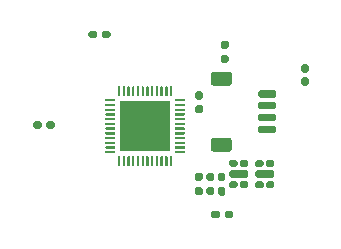
<source format=gbr>
%TF.GenerationSoftware,KiCad,Pcbnew,(5.1.9-0-10_14)*%
%TF.CreationDate,2021-12-14T09:11:42-05:00*%
%TF.ProjectId,dodecahedron_n4,646f6465-6361-4686-9564-726f6e5f6e34,rev?*%
%TF.SameCoordinates,Original*%
%TF.FileFunction,Soldermask,Bot*%
%TF.FilePolarity,Negative*%
%FSLAX46Y46*%
G04 Gerber Fmt 4.6, Leading zero omitted, Abs format (unit mm)*
G04 Created by KiCad (PCBNEW (5.1.9-0-10_14)) date 2021-12-14 09:11:42*
%MOMM*%
%LPD*%
G01*
G04 APERTURE LIST*
%ADD10R,4.200000X4.200000*%
G04 APERTURE END LIST*
%TO.C,U5*%
G36*
G01*
X91198800Y-55215200D02*
X91198800Y-54865200D01*
G75*
G02*
X91373800Y-54690200I175000J0D01*
G01*
X92623800Y-54690200D01*
G75*
G02*
X92798800Y-54865200I0J-175000D01*
G01*
X92798800Y-55215200D01*
G75*
G02*
X92623800Y-55390200I-175000J0D01*
G01*
X91373800Y-55390200D01*
G75*
G02*
X91198800Y-55215200I0J175000D01*
G01*
G37*
G36*
G01*
X92098800Y-54290200D02*
X92098800Y-53990200D01*
G75*
G02*
X92248800Y-53840200I150000J0D01*
G01*
X92648800Y-53840200D01*
G75*
G02*
X92798800Y-53990200I0J-150000D01*
G01*
X92798800Y-54290200D01*
G75*
G02*
X92648800Y-54440200I-150000J0D01*
G01*
X92248800Y-54440200D01*
G75*
G02*
X92098800Y-54290200I0J150000D01*
G01*
G37*
G36*
G01*
X91198800Y-54290200D02*
X91198800Y-53990200D01*
G75*
G02*
X91348800Y-53840200I150000J0D01*
G01*
X91748800Y-53840200D01*
G75*
G02*
X91898800Y-53990200I0J-150000D01*
G01*
X91898800Y-54290200D01*
G75*
G02*
X91748800Y-54440200I-150000J0D01*
G01*
X91348800Y-54440200D01*
G75*
G02*
X91198800Y-54290200I0J150000D01*
G01*
G37*
G36*
G01*
X92098800Y-56090200D02*
X92098800Y-55790200D01*
G75*
G02*
X92248800Y-55640200I150000J0D01*
G01*
X92648800Y-55640200D01*
G75*
G02*
X92798800Y-55790200I0J-150000D01*
G01*
X92798800Y-56090200D01*
G75*
G02*
X92648800Y-56240200I-150000J0D01*
G01*
X92248800Y-56240200D01*
G75*
G02*
X92098800Y-56090200I0J150000D01*
G01*
G37*
G36*
G01*
X91198800Y-56090200D02*
X91198800Y-55790200D01*
G75*
G02*
X91348800Y-55640200I150000J0D01*
G01*
X91748800Y-55640200D01*
G75*
G02*
X91898800Y-55790200I0J-150000D01*
G01*
X91898800Y-56090200D01*
G75*
G02*
X91748800Y-56240200I-150000J0D01*
G01*
X91348800Y-56240200D01*
G75*
G02*
X91198800Y-56090200I0J150000D01*
G01*
G37*
%TD*%
%TO.C,R2*%
G36*
G01*
X90711000Y-55665400D02*
X90391000Y-55665400D01*
G75*
G02*
X90231000Y-55505400I0J160000D01*
G01*
X90231000Y-55110400D01*
G75*
G02*
X90391000Y-54950400I160000J0D01*
G01*
X90711000Y-54950400D01*
G75*
G02*
X90871000Y-55110400I0J-160000D01*
G01*
X90871000Y-55505400D01*
G75*
G02*
X90711000Y-55665400I-160000J0D01*
G01*
G37*
G36*
G01*
X90711000Y-56860400D02*
X90391000Y-56860400D01*
G75*
G02*
X90231000Y-56700400I0J160000D01*
G01*
X90231000Y-56305400D01*
G75*
G02*
X90391000Y-56145400I160000J0D01*
G01*
X90711000Y-56145400D01*
G75*
G02*
X90871000Y-56305400I0J-160000D01*
G01*
X90871000Y-56700400D01*
G75*
G02*
X90711000Y-56860400I-160000J0D01*
G01*
G37*
%TD*%
%TO.C,U4*%
G36*
G01*
X93408600Y-55227900D02*
X93408600Y-54877900D01*
G75*
G02*
X93583600Y-54702900I175000J0D01*
G01*
X94833600Y-54702900D01*
G75*
G02*
X95008600Y-54877900I0J-175000D01*
G01*
X95008600Y-55227900D01*
G75*
G02*
X94833600Y-55402900I-175000J0D01*
G01*
X93583600Y-55402900D01*
G75*
G02*
X93408600Y-55227900I0J175000D01*
G01*
G37*
G36*
G01*
X94308600Y-54302900D02*
X94308600Y-54002900D01*
G75*
G02*
X94458600Y-53852900I150000J0D01*
G01*
X94858600Y-53852900D01*
G75*
G02*
X95008600Y-54002900I0J-150000D01*
G01*
X95008600Y-54302900D01*
G75*
G02*
X94858600Y-54452900I-150000J0D01*
G01*
X94458600Y-54452900D01*
G75*
G02*
X94308600Y-54302900I0J150000D01*
G01*
G37*
G36*
G01*
X93408600Y-54302900D02*
X93408600Y-54002900D01*
G75*
G02*
X93558600Y-53852900I150000J0D01*
G01*
X93958600Y-53852900D01*
G75*
G02*
X94108600Y-54002900I0J-150000D01*
G01*
X94108600Y-54302900D01*
G75*
G02*
X93958600Y-54452900I-150000J0D01*
G01*
X93558600Y-54452900D01*
G75*
G02*
X93408600Y-54302900I0J150000D01*
G01*
G37*
G36*
G01*
X94308600Y-56102900D02*
X94308600Y-55802900D01*
G75*
G02*
X94458600Y-55652900I150000J0D01*
G01*
X94858600Y-55652900D01*
G75*
G02*
X95008600Y-55802900I0J-150000D01*
G01*
X95008600Y-56102900D01*
G75*
G02*
X94858600Y-56252900I-150000J0D01*
G01*
X94458600Y-56252900D01*
G75*
G02*
X94308600Y-56102900I0J150000D01*
G01*
G37*
G36*
G01*
X93408600Y-56102900D02*
X93408600Y-55802900D01*
G75*
G02*
X93558600Y-55652900I150000J0D01*
G01*
X93958600Y-55652900D01*
G75*
G02*
X94108600Y-55802900I0J-150000D01*
G01*
X94108600Y-56102900D01*
G75*
G02*
X93958600Y-56252900I-150000J0D01*
G01*
X93558600Y-56252900D01*
G75*
G02*
X93408600Y-56102900I0J150000D01*
G01*
G37*
%TD*%
D10*
%TO.C,U1*%
X84074000Y-50990500D03*
G36*
G01*
X87399000Y-53290500D02*
X86649000Y-53290500D01*
G75*
G02*
X86599000Y-53240500I0J50000D01*
G01*
X86599000Y-53140500D01*
G75*
G02*
X86649000Y-53090500I50000J0D01*
G01*
X87399000Y-53090500D01*
G75*
G02*
X87449000Y-53140500I0J-50000D01*
G01*
X87449000Y-53240500D01*
G75*
G02*
X87399000Y-53290500I-50000J0D01*
G01*
G37*
G36*
G01*
X87399000Y-52890500D02*
X86649000Y-52890500D01*
G75*
G02*
X86599000Y-52840500I0J50000D01*
G01*
X86599000Y-52740500D01*
G75*
G02*
X86649000Y-52690500I50000J0D01*
G01*
X87399000Y-52690500D01*
G75*
G02*
X87449000Y-52740500I0J-50000D01*
G01*
X87449000Y-52840500D01*
G75*
G02*
X87399000Y-52890500I-50000J0D01*
G01*
G37*
G36*
G01*
X87399000Y-52490500D02*
X86649000Y-52490500D01*
G75*
G02*
X86599000Y-52440500I0J50000D01*
G01*
X86599000Y-52340500D01*
G75*
G02*
X86649000Y-52290500I50000J0D01*
G01*
X87399000Y-52290500D01*
G75*
G02*
X87449000Y-52340500I0J-50000D01*
G01*
X87449000Y-52440500D01*
G75*
G02*
X87399000Y-52490500I-50000J0D01*
G01*
G37*
G36*
G01*
X87399000Y-52090500D02*
X86649000Y-52090500D01*
G75*
G02*
X86599000Y-52040500I0J50000D01*
G01*
X86599000Y-51940500D01*
G75*
G02*
X86649000Y-51890500I50000J0D01*
G01*
X87399000Y-51890500D01*
G75*
G02*
X87449000Y-51940500I0J-50000D01*
G01*
X87449000Y-52040500D01*
G75*
G02*
X87399000Y-52090500I-50000J0D01*
G01*
G37*
G36*
G01*
X87399000Y-51690500D02*
X86649000Y-51690500D01*
G75*
G02*
X86599000Y-51640500I0J50000D01*
G01*
X86599000Y-51540500D01*
G75*
G02*
X86649000Y-51490500I50000J0D01*
G01*
X87399000Y-51490500D01*
G75*
G02*
X87449000Y-51540500I0J-50000D01*
G01*
X87449000Y-51640500D01*
G75*
G02*
X87399000Y-51690500I-50000J0D01*
G01*
G37*
G36*
G01*
X87399000Y-51290500D02*
X86649000Y-51290500D01*
G75*
G02*
X86599000Y-51240500I0J50000D01*
G01*
X86599000Y-51140500D01*
G75*
G02*
X86649000Y-51090500I50000J0D01*
G01*
X87399000Y-51090500D01*
G75*
G02*
X87449000Y-51140500I0J-50000D01*
G01*
X87449000Y-51240500D01*
G75*
G02*
X87399000Y-51290500I-50000J0D01*
G01*
G37*
G36*
G01*
X87399000Y-50890500D02*
X86649000Y-50890500D01*
G75*
G02*
X86599000Y-50840500I0J50000D01*
G01*
X86599000Y-50740500D01*
G75*
G02*
X86649000Y-50690500I50000J0D01*
G01*
X87399000Y-50690500D01*
G75*
G02*
X87449000Y-50740500I0J-50000D01*
G01*
X87449000Y-50840500D01*
G75*
G02*
X87399000Y-50890500I-50000J0D01*
G01*
G37*
G36*
G01*
X87399000Y-50490500D02*
X86649000Y-50490500D01*
G75*
G02*
X86599000Y-50440500I0J50000D01*
G01*
X86599000Y-50340500D01*
G75*
G02*
X86649000Y-50290500I50000J0D01*
G01*
X87399000Y-50290500D01*
G75*
G02*
X87449000Y-50340500I0J-50000D01*
G01*
X87449000Y-50440500D01*
G75*
G02*
X87399000Y-50490500I-50000J0D01*
G01*
G37*
G36*
G01*
X87399000Y-50090500D02*
X86649000Y-50090500D01*
G75*
G02*
X86599000Y-50040500I0J50000D01*
G01*
X86599000Y-49940500D01*
G75*
G02*
X86649000Y-49890500I50000J0D01*
G01*
X87399000Y-49890500D01*
G75*
G02*
X87449000Y-49940500I0J-50000D01*
G01*
X87449000Y-50040500D01*
G75*
G02*
X87399000Y-50090500I-50000J0D01*
G01*
G37*
G36*
G01*
X87399000Y-49690500D02*
X86649000Y-49690500D01*
G75*
G02*
X86599000Y-49640500I0J50000D01*
G01*
X86599000Y-49540500D01*
G75*
G02*
X86649000Y-49490500I50000J0D01*
G01*
X87399000Y-49490500D01*
G75*
G02*
X87449000Y-49540500I0J-50000D01*
G01*
X87449000Y-49640500D01*
G75*
G02*
X87399000Y-49690500I-50000J0D01*
G01*
G37*
G36*
G01*
X87399000Y-49290500D02*
X86649000Y-49290500D01*
G75*
G02*
X86599000Y-49240500I0J50000D01*
G01*
X86599000Y-49140500D01*
G75*
G02*
X86649000Y-49090500I50000J0D01*
G01*
X87399000Y-49090500D01*
G75*
G02*
X87449000Y-49140500I0J-50000D01*
G01*
X87449000Y-49240500D01*
G75*
G02*
X87399000Y-49290500I-50000J0D01*
G01*
G37*
G36*
G01*
X87399000Y-48890500D02*
X86649000Y-48890500D01*
G75*
G02*
X86599000Y-48840500I0J50000D01*
G01*
X86599000Y-48740500D01*
G75*
G02*
X86649000Y-48690500I50000J0D01*
G01*
X87399000Y-48690500D01*
G75*
G02*
X87449000Y-48740500I0J-50000D01*
G01*
X87449000Y-48840500D01*
G75*
G02*
X87399000Y-48890500I-50000J0D01*
G01*
G37*
G36*
G01*
X86324000Y-48465500D02*
X86224000Y-48465500D01*
G75*
G02*
X86174000Y-48415500I0J50000D01*
G01*
X86174000Y-47665500D01*
G75*
G02*
X86224000Y-47615500I50000J0D01*
G01*
X86324000Y-47615500D01*
G75*
G02*
X86374000Y-47665500I0J-50000D01*
G01*
X86374000Y-48415500D01*
G75*
G02*
X86324000Y-48465500I-50000J0D01*
G01*
G37*
G36*
G01*
X85924000Y-48465500D02*
X85824000Y-48465500D01*
G75*
G02*
X85774000Y-48415500I0J50000D01*
G01*
X85774000Y-47665500D01*
G75*
G02*
X85824000Y-47615500I50000J0D01*
G01*
X85924000Y-47615500D01*
G75*
G02*
X85974000Y-47665500I0J-50000D01*
G01*
X85974000Y-48415500D01*
G75*
G02*
X85924000Y-48465500I-50000J0D01*
G01*
G37*
G36*
G01*
X85524000Y-48465500D02*
X85424000Y-48465500D01*
G75*
G02*
X85374000Y-48415500I0J50000D01*
G01*
X85374000Y-47665500D01*
G75*
G02*
X85424000Y-47615500I50000J0D01*
G01*
X85524000Y-47615500D01*
G75*
G02*
X85574000Y-47665500I0J-50000D01*
G01*
X85574000Y-48415500D01*
G75*
G02*
X85524000Y-48465500I-50000J0D01*
G01*
G37*
G36*
G01*
X85124000Y-48465500D02*
X85024000Y-48465500D01*
G75*
G02*
X84974000Y-48415500I0J50000D01*
G01*
X84974000Y-47665500D01*
G75*
G02*
X85024000Y-47615500I50000J0D01*
G01*
X85124000Y-47615500D01*
G75*
G02*
X85174000Y-47665500I0J-50000D01*
G01*
X85174000Y-48415500D01*
G75*
G02*
X85124000Y-48465500I-50000J0D01*
G01*
G37*
G36*
G01*
X84724000Y-48465500D02*
X84624000Y-48465500D01*
G75*
G02*
X84574000Y-48415500I0J50000D01*
G01*
X84574000Y-47665500D01*
G75*
G02*
X84624000Y-47615500I50000J0D01*
G01*
X84724000Y-47615500D01*
G75*
G02*
X84774000Y-47665500I0J-50000D01*
G01*
X84774000Y-48415500D01*
G75*
G02*
X84724000Y-48465500I-50000J0D01*
G01*
G37*
G36*
G01*
X84324000Y-48465500D02*
X84224000Y-48465500D01*
G75*
G02*
X84174000Y-48415500I0J50000D01*
G01*
X84174000Y-47665500D01*
G75*
G02*
X84224000Y-47615500I50000J0D01*
G01*
X84324000Y-47615500D01*
G75*
G02*
X84374000Y-47665500I0J-50000D01*
G01*
X84374000Y-48415500D01*
G75*
G02*
X84324000Y-48465500I-50000J0D01*
G01*
G37*
G36*
G01*
X83924000Y-48465500D02*
X83824000Y-48465500D01*
G75*
G02*
X83774000Y-48415500I0J50000D01*
G01*
X83774000Y-47665500D01*
G75*
G02*
X83824000Y-47615500I50000J0D01*
G01*
X83924000Y-47615500D01*
G75*
G02*
X83974000Y-47665500I0J-50000D01*
G01*
X83974000Y-48415500D01*
G75*
G02*
X83924000Y-48465500I-50000J0D01*
G01*
G37*
G36*
G01*
X83524000Y-48465500D02*
X83424000Y-48465500D01*
G75*
G02*
X83374000Y-48415500I0J50000D01*
G01*
X83374000Y-47665500D01*
G75*
G02*
X83424000Y-47615500I50000J0D01*
G01*
X83524000Y-47615500D01*
G75*
G02*
X83574000Y-47665500I0J-50000D01*
G01*
X83574000Y-48415500D01*
G75*
G02*
X83524000Y-48465500I-50000J0D01*
G01*
G37*
G36*
G01*
X83124000Y-48465500D02*
X83024000Y-48465500D01*
G75*
G02*
X82974000Y-48415500I0J50000D01*
G01*
X82974000Y-47665500D01*
G75*
G02*
X83024000Y-47615500I50000J0D01*
G01*
X83124000Y-47615500D01*
G75*
G02*
X83174000Y-47665500I0J-50000D01*
G01*
X83174000Y-48415500D01*
G75*
G02*
X83124000Y-48465500I-50000J0D01*
G01*
G37*
G36*
G01*
X82724000Y-48465500D02*
X82624000Y-48465500D01*
G75*
G02*
X82574000Y-48415500I0J50000D01*
G01*
X82574000Y-47665500D01*
G75*
G02*
X82624000Y-47615500I50000J0D01*
G01*
X82724000Y-47615500D01*
G75*
G02*
X82774000Y-47665500I0J-50000D01*
G01*
X82774000Y-48415500D01*
G75*
G02*
X82724000Y-48465500I-50000J0D01*
G01*
G37*
G36*
G01*
X82324000Y-48465500D02*
X82224000Y-48465500D01*
G75*
G02*
X82174000Y-48415500I0J50000D01*
G01*
X82174000Y-47665500D01*
G75*
G02*
X82224000Y-47615500I50000J0D01*
G01*
X82324000Y-47615500D01*
G75*
G02*
X82374000Y-47665500I0J-50000D01*
G01*
X82374000Y-48415500D01*
G75*
G02*
X82324000Y-48465500I-50000J0D01*
G01*
G37*
G36*
G01*
X81924000Y-48465500D02*
X81824000Y-48465500D01*
G75*
G02*
X81774000Y-48415500I0J50000D01*
G01*
X81774000Y-47665500D01*
G75*
G02*
X81824000Y-47615500I50000J0D01*
G01*
X81924000Y-47615500D01*
G75*
G02*
X81974000Y-47665500I0J-50000D01*
G01*
X81974000Y-48415500D01*
G75*
G02*
X81924000Y-48465500I-50000J0D01*
G01*
G37*
G36*
G01*
X81499000Y-48890500D02*
X80749000Y-48890500D01*
G75*
G02*
X80699000Y-48840500I0J50000D01*
G01*
X80699000Y-48740500D01*
G75*
G02*
X80749000Y-48690500I50000J0D01*
G01*
X81499000Y-48690500D01*
G75*
G02*
X81549000Y-48740500I0J-50000D01*
G01*
X81549000Y-48840500D01*
G75*
G02*
X81499000Y-48890500I-50000J0D01*
G01*
G37*
G36*
G01*
X81499000Y-49290500D02*
X80749000Y-49290500D01*
G75*
G02*
X80699000Y-49240500I0J50000D01*
G01*
X80699000Y-49140500D01*
G75*
G02*
X80749000Y-49090500I50000J0D01*
G01*
X81499000Y-49090500D01*
G75*
G02*
X81549000Y-49140500I0J-50000D01*
G01*
X81549000Y-49240500D01*
G75*
G02*
X81499000Y-49290500I-50000J0D01*
G01*
G37*
G36*
G01*
X81499000Y-49690500D02*
X80749000Y-49690500D01*
G75*
G02*
X80699000Y-49640500I0J50000D01*
G01*
X80699000Y-49540500D01*
G75*
G02*
X80749000Y-49490500I50000J0D01*
G01*
X81499000Y-49490500D01*
G75*
G02*
X81549000Y-49540500I0J-50000D01*
G01*
X81549000Y-49640500D01*
G75*
G02*
X81499000Y-49690500I-50000J0D01*
G01*
G37*
G36*
G01*
X81499000Y-50090500D02*
X80749000Y-50090500D01*
G75*
G02*
X80699000Y-50040500I0J50000D01*
G01*
X80699000Y-49940500D01*
G75*
G02*
X80749000Y-49890500I50000J0D01*
G01*
X81499000Y-49890500D01*
G75*
G02*
X81549000Y-49940500I0J-50000D01*
G01*
X81549000Y-50040500D01*
G75*
G02*
X81499000Y-50090500I-50000J0D01*
G01*
G37*
G36*
G01*
X81499000Y-50490500D02*
X80749000Y-50490500D01*
G75*
G02*
X80699000Y-50440500I0J50000D01*
G01*
X80699000Y-50340500D01*
G75*
G02*
X80749000Y-50290500I50000J0D01*
G01*
X81499000Y-50290500D01*
G75*
G02*
X81549000Y-50340500I0J-50000D01*
G01*
X81549000Y-50440500D01*
G75*
G02*
X81499000Y-50490500I-50000J0D01*
G01*
G37*
G36*
G01*
X81499000Y-50890500D02*
X80749000Y-50890500D01*
G75*
G02*
X80699000Y-50840500I0J50000D01*
G01*
X80699000Y-50740500D01*
G75*
G02*
X80749000Y-50690500I50000J0D01*
G01*
X81499000Y-50690500D01*
G75*
G02*
X81549000Y-50740500I0J-50000D01*
G01*
X81549000Y-50840500D01*
G75*
G02*
X81499000Y-50890500I-50000J0D01*
G01*
G37*
G36*
G01*
X81499000Y-51290500D02*
X80749000Y-51290500D01*
G75*
G02*
X80699000Y-51240500I0J50000D01*
G01*
X80699000Y-51140500D01*
G75*
G02*
X80749000Y-51090500I50000J0D01*
G01*
X81499000Y-51090500D01*
G75*
G02*
X81549000Y-51140500I0J-50000D01*
G01*
X81549000Y-51240500D01*
G75*
G02*
X81499000Y-51290500I-50000J0D01*
G01*
G37*
G36*
G01*
X81499000Y-51690500D02*
X80749000Y-51690500D01*
G75*
G02*
X80699000Y-51640500I0J50000D01*
G01*
X80699000Y-51540500D01*
G75*
G02*
X80749000Y-51490500I50000J0D01*
G01*
X81499000Y-51490500D01*
G75*
G02*
X81549000Y-51540500I0J-50000D01*
G01*
X81549000Y-51640500D01*
G75*
G02*
X81499000Y-51690500I-50000J0D01*
G01*
G37*
G36*
G01*
X81499000Y-52090500D02*
X80749000Y-52090500D01*
G75*
G02*
X80699000Y-52040500I0J50000D01*
G01*
X80699000Y-51940500D01*
G75*
G02*
X80749000Y-51890500I50000J0D01*
G01*
X81499000Y-51890500D01*
G75*
G02*
X81549000Y-51940500I0J-50000D01*
G01*
X81549000Y-52040500D01*
G75*
G02*
X81499000Y-52090500I-50000J0D01*
G01*
G37*
G36*
G01*
X81499000Y-52490500D02*
X80749000Y-52490500D01*
G75*
G02*
X80699000Y-52440500I0J50000D01*
G01*
X80699000Y-52340500D01*
G75*
G02*
X80749000Y-52290500I50000J0D01*
G01*
X81499000Y-52290500D01*
G75*
G02*
X81549000Y-52340500I0J-50000D01*
G01*
X81549000Y-52440500D01*
G75*
G02*
X81499000Y-52490500I-50000J0D01*
G01*
G37*
G36*
G01*
X81499000Y-52890500D02*
X80749000Y-52890500D01*
G75*
G02*
X80699000Y-52840500I0J50000D01*
G01*
X80699000Y-52740500D01*
G75*
G02*
X80749000Y-52690500I50000J0D01*
G01*
X81499000Y-52690500D01*
G75*
G02*
X81549000Y-52740500I0J-50000D01*
G01*
X81549000Y-52840500D01*
G75*
G02*
X81499000Y-52890500I-50000J0D01*
G01*
G37*
G36*
G01*
X81499000Y-53290500D02*
X80749000Y-53290500D01*
G75*
G02*
X80699000Y-53240500I0J50000D01*
G01*
X80699000Y-53140500D01*
G75*
G02*
X80749000Y-53090500I50000J0D01*
G01*
X81499000Y-53090500D01*
G75*
G02*
X81549000Y-53140500I0J-50000D01*
G01*
X81549000Y-53240500D01*
G75*
G02*
X81499000Y-53290500I-50000J0D01*
G01*
G37*
G36*
G01*
X81924000Y-54365500D02*
X81824000Y-54365500D01*
G75*
G02*
X81774000Y-54315500I0J50000D01*
G01*
X81774000Y-53565500D01*
G75*
G02*
X81824000Y-53515500I50000J0D01*
G01*
X81924000Y-53515500D01*
G75*
G02*
X81974000Y-53565500I0J-50000D01*
G01*
X81974000Y-54315500D01*
G75*
G02*
X81924000Y-54365500I-50000J0D01*
G01*
G37*
G36*
G01*
X82324000Y-54365500D02*
X82224000Y-54365500D01*
G75*
G02*
X82174000Y-54315500I0J50000D01*
G01*
X82174000Y-53565500D01*
G75*
G02*
X82224000Y-53515500I50000J0D01*
G01*
X82324000Y-53515500D01*
G75*
G02*
X82374000Y-53565500I0J-50000D01*
G01*
X82374000Y-54315500D01*
G75*
G02*
X82324000Y-54365500I-50000J0D01*
G01*
G37*
G36*
G01*
X82724000Y-54365500D02*
X82624000Y-54365500D01*
G75*
G02*
X82574000Y-54315500I0J50000D01*
G01*
X82574000Y-53565500D01*
G75*
G02*
X82624000Y-53515500I50000J0D01*
G01*
X82724000Y-53515500D01*
G75*
G02*
X82774000Y-53565500I0J-50000D01*
G01*
X82774000Y-54315500D01*
G75*
G02*
X82724000Y-54365500I-50000J0D01*
G01*
G37*
G36*
G01*
X83124000Y-54365500D02*
X83024000Y-54365500D01*
G75*
G02*
X82974000Y-54315500I0J50000D01*
G01*
X82974000Y-53565500D01*
G75*
G02*
X83024000Y-53515500I50000J0D01*
G01*
X83124000Y-53515500D01*
G75*
G02*
X83174000Y-53565500I0J-50000D01*
G01*
X83174000Y-54315500D01*
G75*
G02*
X83124000Y-54365500I-50000J0D01*
G01*
G37*
G36*
G01*
X83524000Y-54365500D02*
X83424000Y-54365500D01*
G75*
G02*
X83374000Y-54315500I0J50000D01*
G01*
X83374000Y-53565500D01*
G75*
G02*
X83424000Y-53515500I50000J0D01*
G01*
X83524000Y-53515500D01*
G75*
G02*
X83574000Y-53565500I0J-50000D01*
G01*
X83574000Y-54315500D01*
G75*
G02*
X83524000Y-54365500I-50000J0D01*
G01*
G37*
G36*
G01*
X83924000Y-54365500D02*
X83824000Y-54365500D01*
G75*
G02*
X83774000Y-54315500I0J50000D01*
G01*
X83774000Y-53565500D01*
G75*
G02*
X83824000Y-53515500I50000J0D01*
G01*
X83924000Y-53515500D01*
G75*
G02*
X83974000Y-53565500I0J-50000D01*
G01*
X83974000Y-54315500D01*
G75*
G02*
X83924000Y-54365500I-50000J0D01*
G01*
G37*
G36*
G01*
X84324000Y-54365500D02*
X84224000Y-54365500D01*
G75*
G02*
X84174000Y-54315500I0J50000D01*
G01*
X84174000Y-53565500D01*
G75*
G02*
X84224000Y-53515500I50000J0D01*
G01*
X84324000Y-53515500D01*
G75*
G02*
X84374000Y-53565500I0J-50000D01*
G01*
X84374000Y-54315500D01*
G75*
G02*
X84324000Y-54365500I-50000J0D01*
G01*
G37*
G36*
G01*
X84724000Y-54365500D02*
X84624000Y-54365500D01*
G75*
G02*
X84574000Y-54315500I0J50000D01*
G01*
X84574000Y-53565500D01*
G75*
G02*
X84624000Y-53515500I50000J0D01*
G01*
X84724000Y-53515500D01*
G75*
G02*
X84774000Y-53565500I0J-50000D01*
G01*
X84774000Y-54315500D01*
G75*
G02*
X84724000Y-54365500I-50000J0D01*
G01*
G37*
G36*
G01*
X85124000Y-54365500D02*
X85024000Y-54365500D01*
G75*
G02*
X84974000Y-54315500I0J50000D01*
G01*
X84974000Y-53565500D01*
G75*
G02*
X85024000Y-53515500I50000J0D01*
G01*
X85124000Y-53515500D01*
G75*
G02*
X85174000Y-53565500I0J-50000D01*
G01*
X85174000Y-54315500D01*
G75*
G02*
X85124000Y-54365500I-50000J0D01*
G01*
G37*
G36*
G01*
X85524000Y-54365500D02*
X85424000Y-54365500D01*
G75*
G02*
X85374000Y-54315500I0J50000D01*
G01*
X85374000Y-53565500D01*
G75*
G02*
X85424000Y-53515500I50000J0D01*
G01*
X85524000Y-53515500D01*
G75*
G02*
X85574000Y-53565500I0J-50000D01*
G01*
X85574000Y-54315500D01*
G75*
G02*
X85524000Y-54365500I-50000J0D01*
G01*
G37*
G36*
G01*
X85924000Y-54365500D02*
X85824000Y-54365500D01*
G75*
G02*
X85774000Y-54315500I0J50000D01*
G01*
X85774000Y-53565500D01*
G75*
G02*
X85824000Y-53515500I50000J0D01*
G01*
X85924000Y-53515500D01*
G75*
G02*
X85974000Y-53565500I0J-50000D01*
G01*
X85974000Y-54315500D01*
G75*
G02*
X85924000Y-54365500I-50000J0D01*
G01*
G37*
G36*
G01*
X86324000Y-54365500D02*
X86224000Y-54365500D01*
G75*
G02*
X86174000Y-54315500I0J50000D01*
G01*
X86174000Y-53565500D01*
G75*
G02*
X86224000Y-53515500I50000J0D01*
G01*
X86324000Y-53515500D01*
G75*
G02*
X86374000Y-53565500I0J-50000D01*
G01*
X86374000Y-54315500D01*
G75*
G02*
X86324000Y-54365500I-50000J0D01*
G01*
G37*
%TD*%
%TO.C,R5*%
G36*
G01*
X89745800Y-55640000D02*
X89425800Y-55640000D01*
G75*
G02*
X89265800Y-55480000I0J160000D01*
G01*
X89265800Y-55085000D01*
G75*
G02*
X89425800Y-54925000I160000J0D01*
G01*
X89745800Y-54925000D01*
G75*
G02*
X89905800Y-55085000I0J-160000D01*
G01*
X89905800Y-55480000D01*
G75*
G02*
X89745800Y-55640000I-160000J0D01*
G01*
G37*
G36*
G01*
X89745800Y-56835000D02*
X89425800Y-56835000D01*
G75*
G02*
X89265800Y-56675000I0J160000D01*
G01*
X89265800Y-56280000D01*
G75*
G02*
X89425800Y-56120000I160000J0D01*
G01*
X89745800Y-56120000D01*
G75*
G02*
X89905800Y-56280000I0J-160000D01*
G01*
X89905800Y-56675000D01*
G75*
G02*
X89745800Y-56835000I-160000J0D01*
G01*
G37*
%TD*%
%TO.C,R4*%
G36*
G01*
X88793300Y-55640000D02*
X88473300Y-55640000D01*
G75*
G02*
X88313300Y-55480000I0J160000D01*
G01*
X88313300Y-55085000D01*
G75*
G02*
X88473300Y-54925000I160000J0D01*
G01*
X88793300Y-54925000D01*
G75*
G02*
X88953300Y-55085000I0J-160000D01*
G01*
X88953300Y-55480000D01*
G75*
G02*
X88793300Y-55640000I-160000J0D01*
G01*
G37*
G36*
G01*
X88793300Y-56835000D02*
X88473300Y-56835000D01*
G75*
G02*
X88313300Y-56675000I0J160000D01*
G01*
X88313300Y-56280000D01*
G75*
G02*
X88473300Y-56120000I160000J0D01*
G01*
X88793300Y-56120000D01*
G75*
G02*
X88953300Y-56280000I0J-160000D01*
G01*
X88953300Y-56675000D01*
G75*
G02*
X88793300Y-56835000I-160000J0D01*
G01*
G37*
%TD*%
%TO.C,R1*%
G36*
G01*
X90657700Y-44931300D02*
X90977700Y-44931300D01*
G75*
G02*
X91137700Y-45091300I0J-160000D01*
G01*
X91137700Y-45486300D01*
G75*
G02*
X90977700Y-45646300I-160000J0D01*
G01*
X90657700Y-45646300D01*
G75*
G02*
X90497700Y-45486300I0J160000D01*
G01*
X90497700Y-45091300D01*
G75*
G02*
X90657700Y-44931300I160000J0D01*
G01*
G37*
G36*
G01*
X90657700Y-43736300D02*
X90977700Y-43736300D01*
G75*
G02*
X91137700Y-43896300I0J-160000D01*
G01*
X91137700Y-44291300D01*
G75*
G02*
X90977700Y-44451300I-160000J0D01*
G01*
X90657700Y-44451300D01*
G75*
G02*
X90497700Y-44291300I0J160000D01*
G01*
X90497700Y-43896300D01*
G75*
G02*
X90657700Y-43736300I160000J0D01*
G01*
G37*
%TD*%
%TO.C,C5*%
G36*
G01*
X75714200Y-51031200D02*
X75714200Y-50721200D01*
G75*
G02*
X75869200Y-50566200I155000J0D01*
G01*
X76294200Y-50566200D01*
G75*
G02*
X76449200Y-50721200I0J-155000D01*
G01*
X76449200Y-51031200D01*
G75*
G02*
X76294200Y-51186200I-155000J0D01*
G01*
X75869200Y-51186200D01*
G75*
G02*
X75714200Y-51031200I0J155000D01*
G01*
G37*
G36*
G01*
X74579200Y-51031200D02*
X74579200Y-50721200D01*
G75*
G02*
X74734200Y-50566200I155000J0D01*
G01*
X75159200Y-50566200D01*
G75*
G02*
X75314200Y-50721200I0J-155000D01*
G01*
X75314200Y-51031200D01*
G75*
G02*
X75159200Y-51186200I-155000J0D01*
G01*
X74734200Y-51186200D01*
G75*
G02*
X74579200Y-51031200I0J155000D01*
G01*
G37*
%TD*%
%TO.C,C4*%
G36*
G01*
X90801800Y-58625800D02*
X90801800Y-58315800D01*
G75*
G02*
X90956800Y-58160800I155000J0D01*
G01*
X91381800Y-58160800D01*
G75*
G02*
X91536800Y-58315800I0J-155000D01*
G01*
X91536800Y-58625800D01*
G75*
G02*
X91381800Y-58780800I-155000J0D01*
G01*
X90956800Y-58780800D01*
G75*
G02*
X90801800Y-58625800I0J155000D01*
G01*
G37*
G36*
G01*
X89666800Y-58625800D02*
X89666800Y-58315800D01*
G75*
G02*
X89821800Y-58160800I155000J0D01*
G01*
X90246800Y-58160800D01*
G75*
G02*
X90401800Y-58315800I0J-155000D01*
G01*
X90401800Y-58625800D01*
G75*
G02*
X90246800Y-58780800I-155000J0D01*
G01*
X89821800Y-58780800D01*
G75*
G02*
X89666800Y-58625800I0J155000D01*
G01*
G37*
%TD*%
%TO.C,C3*%
G36*
G01*
X97457200Y-46859800D02*
X97767200Y-46859800D01*
G75*
G02*
X97922200Y-47014800I0J-155000D01*
G01*
X97922200Y-47439800D01*
G75*
G02*
X97767200Y-47594800I-155000J0D01*
G01*
X97457200Y-47594800D01*
G75*
G02*
X97302200Y-47439800I0J155000D01*
G01*
X97302200Y-47014800D01*
G75*
G02*
X97457200Y-46859800I155000J0D01*
G01*
G37*
G36*
G01*
X97457200Y-45724800D02*
X97767200Y-45724800D01*
G75*
G02*
X97922200Y-45879800I0J-155000D01*
G01*
X97922200Y-46304800D01*
G75*
G02*
X97767200Y-46459800I-155000J0D01*
G01*
X97457200Y-46459800D01*
G75*
G02*
X97302200Y-46304800I0J155000D01*
G01*
X97302200Y-45879800D01*
G75*
G02*
X97457200Y-45724800I155000J0D01*
G01*
G37*
%TD*%
%TO.C,C2*%
G36*
G01*
X80413200Y-43385800D02*
X80413200Y-43075800D01*
G75*
G02*
X80568200Y-42920800I155000J0D01*
G01*
X80993200Y-42920800D01*
G75*
G02*
X81148200Y-43075800I0J-155000D01*
G01*
X81148200Y-43385800D01*
G75*
G02*
X80993200Y-43540800I-155000J0D01*
G01*
X80568200Y-43540800D01*
G75*
G02*
X80413200Y-43385800I0J155000D01*
G01*
G37*
G36*
G01*
X79278200Y-43385800D02*
X79278200Y-43075800D01*
G75*
G02*
X79433200Y-42920800I155000J0D01*
G01*
X79858200Y-42920800D01*
G75*
G02*
X80013200Y-43075800I0J-155000D01*
G01*
X80013200Y-43385800D01*
G75*
G02*
X79858200Y-43540800I-155000J0D01*
G01*
X79433200Y-43540800D01*
G75*
G02*
X79278200Y-43385800I0J155000D01*
G01*
G37*
%TD*%
%TO.C,C1*%
G36*
G01*
X88491000Y-49171200D02*
X88801000Y-49171200D01*
G75*
G02*
X88956000Y-49326200I0J-155000D01*
G01*
X88956000Y-49751200D01*
G75*
G02*
X88801000Y-49906200I-155000J0D01*
G01*
X88491000Y-49906200D01*
G75*
G02*
X88336000Y-49751200I0J155000D01*
G01*
X88336000Y-49326200D01*
G75*
G02*
X88491000Y-49171200I155000J0D01*
G01*
G37*
G36*
G01*
X88491000Y-48036200D02*
X88801000Y-48036200D01*
G75*
G02*
X88956000Y-48191200I0J-155000D01*
G01*
X88956000Y-48616200D01*
G75*
G02*
X88801000Y-48771200I-155000J0D01*
G01*
X88491000Y-48771200D01*
G75*
G02*
X88336000Y-48616200I0J155000D01*
G01*
X88336000Y-48191200D01*
G75*
G02*
X88491000Y-48036200I155000J0D01*
G01*
G37*
%TD*%
%TO.C,J1*%
G36*
G01*
X91180201Y-47558600D02*
X89880199Y-47558600D01*
G75*
G02*
X89630200Y-47308601I0J249999D01*
G01*
X89630200Y-46608599D01*
G75*
G02*
X89880199Y-46358600I249999J0D01*
G01*
X91180201Y-46358600D01*
G75*
G02*
X91430200Y-46608599I0J-249999D01*
G01*
X91430200Y-47308601D01*
G75*
G02*
X91180201Y-47558600I-249999J0D01*
G01*
G37*
G36*
G01*
X91180201Y-53158600D02*
X89880199Y-53158600D01*
G75*
G02*
X89630200Y-52908601I0J249999D01*
G01*
X89630200Y-52208599D01*
G75*
G02*
X89880199Y-51958600I249999J0D01*
G01*
X91180201Y-51958600D01*
G75*
G02*
X91430200Y-52208599I0J-249999D01*
G01*
X91430200Y-52908601D01*
G75*
G02*
X91180201Y-53158600I-249999J0D01*
G01*
G37*
G36*
G01*
X95030200Y-48558600D02*
X93780200Y-48558600D01*
G75*
G02*
X93630200Y-48408600I0J150000D01*
G01*
X93630200Y-48108600D01*
G75*
G02*
X93780200Y-47958600I150000J0D01*
G01*
X95030200Y-47958600D01*
G75*
G02*
X95180200Y-48108600I0J-150000D01*
G01*
X95180200Y-48408600D01*
G75*
G02*
X95030200Y-48558600I-150000J0D01*
G01*
G37*
G36*
G01*
X95030200Y-49558600D02*
X93780200Y-49558600D01*
G75*
G02*
X93630200Y-49408600I0J150000D01*
G01*
X93630200Y-49108600D01*
G75*
G02*
X93780200Y-48958600I150000J0D01*
G01*
X95030200Y-48958600D01*
G75*
G02*
X95180200Y-49108600I0J-150000D01*
G01*
X95180200Y-49408600D01*
G75*
G02*
X95030200Y-49558600I-150000J0D01*
G01*
G37*
G36*
G01*
X95030200Y-50558600D02*
X93780200Y-50558600D01*
G75*
G02*
X93630200Y-50408600I0J150000D01*
G01*
X93630200Y-50108600D01*
G75*
G02*
X93780200Y-49958600I150000J0D01*
G01*
X95030200Y-49958600D01*
G75*
G02*
X95180200Y-50108600I0J-150000D01*
G01*
X95180200Y-50408600D01*
G75*
G02*
X95030200Y-50558600I-150000J0D01*
G01*
G37*
G36*
G01*
X95030200Y-51558600D02*
X93780200Y-51558600D01*
G75*
G02*
X93630200Y-51408600I0J150000D01*
G01*
X93630200Y-51108600D01*
G75*
G02*
X93780200Y-50958600I150000J0D01*
G01*
X95030200Y-50958600D01*
G75*
G02*
X95180200Y-51108600I0J-150000D01*
G01*
X95180200Y-51408600D01*
G75*
G02*
X95030200Y-51558600I-150000J0D01*
G01*
G37*
%TD*%
M02*

</source>
